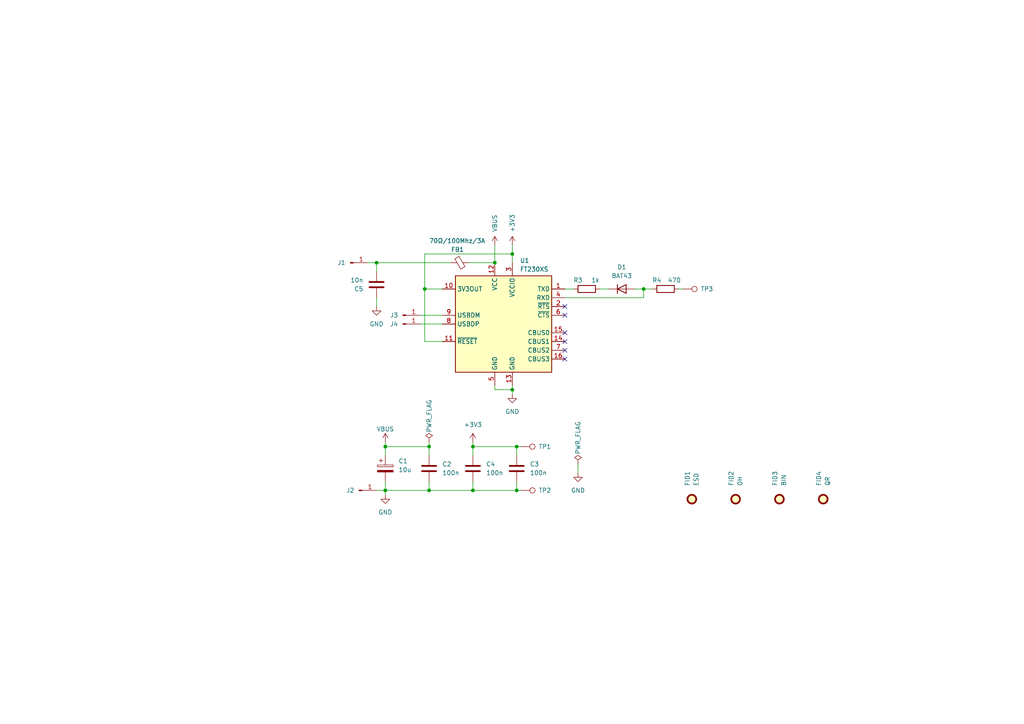
<source format=kicad_sch>
(kicad_sch (version 20230121) (generator eeschema)
  (paper "A4")
  (title_block (title "${acronym} - ${title}") (date "${date}") (rev "${revision}") (company "${company}") (comment 1 "${creator}") (comment 2 "${license}"))
  (lib_symbols
    (symbol "Connector:Conn_01x01_Pin" (pin_names (offset 1.016) hide)
      (property "Reference" "J" (at 0 2.54 0))
      (property "Value" "Conn_01x01_Pin" (at 0 -2.54 0))
      (symbol "Conn_01x01_Pin_1_1"
        (polyline (pts (xy 1.27 0) (xy 0.8636 0)) (stroke (width 0.1524)))
        (rectangle (start 0.8636 0.127) (end 0 -0.127) (stroke (width 0.1524)) (fill (type outline)))
        (pin passive line (at 5.08 0 180) (length 3.81) (name "Pin_1") (number "1"))
      )
    )
    (symbol "Connector:TestPoint" (pin_numbers hide) (pin_names (offset 0.762) hide)
      (property "Reference" "TP" (at 0 6.858 0))
      (property "Value" "TestPoint" (at 0 5.08 0))
      (symbol "TestPoint_0_1"
        (circle (center 0 3.302) (radius 0.762))
      )
      (symbol "TestPoint_1_1"
        (pin passive line (at 0 0 90) (length 2.54) (name "1") (number "1"))
      )
    )
    (symbol "Device:C" (pin_numbers hide) (pin_names (offset 0.254))
      (property "Reference" "C" (at 0.635 2.54 0))
      (property "Value" "C" (at 0.635 -2.54 0))
      (symbol "C_0_1"
        (polyline (pts (xy -2.032 -0.762) (xy 2.032 -0.762)) (stroke (width 0.508)))
        (polyline (pts (xy -2.032 0.762) (xy 2.032 0.762)) (stroke (width 0.508)))
      )
      (symbol "C_1_1"
        (pin passive line (at 0 3.81 270) (length 2.794) (name "~") (number "1"))
        (pin passive line (at 0 -3.81 90) (length 2.794) (name "~") (number "2"))
      )
    )
    (symbol "Device:C_Polarized" (pin_numbers hide) (pin_names (offset 0.254))
      (property "Reference" "C" (at 0.635 2.54 0))
      (property "Value" "C_Polarized" (at 0.635 -2.54 0))
      (symbol "C_Polarized_0_1"
        (rectangle (start -2.286 0.508) (end 2.286 1.016))
        (polyline (pts (xy -1.778 2.286) (xy -0.762 2.286)))
        (polyline (pts (xy -1.27 2.794) (xy -1.27 1.778)))
        (rectangle (start 2.286 -0.508) (end -2.286 -1.016) (fill (type outline)))
      )
      (symbol "C_Polarized_1_1"
        (pin passive line (at 0 3.81 270) (length 2.794) (name "~") (number "1"))
        (pin passive line (at 0 -3.81 90) (length 2.794) (name "~") (number "2"))
      )
    )
    (symbol "Device:D" (pin_numbers hide) (pin_names (offset 1.016) hide)
      (property "Reference" "D" (at 0 2.54 0))
      (property "Value" "D" (at 0 -2.54 0))
      (symbol "D_0_1"
        (polyline (pts (xy -1.27 1.27) (xy -1.27 -1.27)) (stroke (width 0.254)))
        (polyline (pts (xy 1.27 0) (xy -1.27 0)))
        (polyline (pts (xy 1.27 1.27) (xy 1.27 -1.27) (xy -1.27 0) (xy 1.27 1.27)) (stroke (width 0.254)))
      )
      (symbol "D_1_1"
        (pin passive line (at -3.81 0 0) (length 2.54) (name "K") (number "1"))
        (pin passive line (at 3.81 0 180) (length 2.54) (name "A") (number "2"))
      )
    )
    (symbol "Device:FerriteBead_Small" (pin_numbers hide) (pin_names (offset 0))
      (property "Reference" "FB" (at 1.905 1.27 0))
      (property "Value" "FerriteBead_Small" (at 1.905 -1.27 0))
      (symbol "FerriteBead_Small_0_1"
        (polyline (pts (xy 0 -1.27) (xy 0 -0.7874)))
        (polyline (pts (xy 0 0.889) (xy 0 1.2954)))
        (polyline (pts (xy -1.8288 0.2794) (xy -1.1176 1.4986) (xy 1.8288 -0.2032) (xy 1.1176 -1.4224) (xy -1.8288 0.2794)))
      )
      (symbol "FerriteBead_Small_1_1"
        (pin passive line (at 0 2.54 270) (length 1.27) (name "~") (number "1"))
        (pin passive line (at 0 -2.54 90) (length 1.27) (name "~") (number "2"))
      )
    )
    (symbol "Device:R" (pin_numbers hide) (pin_names (offset 0))
      (property "Reference" "R" (at 2.032 0 90))
      (property "Value" "R" (at 0 0 90))
      (symbol "R_0_1"
        (rectangle (start -1.016 -2.54) (end 1.016 2.54) (stroke (width 0.254)))
      )
      (symbol "R_1_1"
        (pin passive line (at 0 3.81 270) (length 1.27) (name "~") (number "1"))
        (pin passive line (at 0 -3.81 90) (length 1.27) (name "~") (number "2"))
      )
    )
    (symbol "Interface_USB:FT230XS"
      (property "Reference" "U" (at -13.97 15.24 0))
      (property "Value" "FT230XS" (at 7.62 15.24 0))
      (symbol "FT230XS_0_1"
        (rectangle (start -13.97 13.97) (end 13.97 -13.97) (stroke (width 0.254)) (fill (type background)))
      )
      (symbol "FT230XS_1_1"
        (pin output line (at 17.78 10.16 180) (length 3.81) (name "TXD") (number "1"))
        (pin power_out line (at -17.78 10.16 0) (length 3.81) (name "3V3OUT") (number "10"))
        (pin input line (at -17.78 -5.08 0) (length 3.81) (name "~{RESET}") (number "11"))
        (pin power_in line (at -2.54 17.78 270) (length 3.81) (name "VCC") (number "12"))
        (pin power_in line (at 2.54 -17.78 90) (length 3.81) (name "GND") (number "13"))
        (pin bidirectional line (at 17.78 -5.08 180) (length 3.81) (name "CBUS1") (number "14"))
        (pin bidirectional line (at 17.78 -2.54 180) (length 3.81) (name "CBUS0") (number "15"))
        (pin bidirectional line (at 17.78 -10.16 180) (length 3.81) (name "CBUS3") (number "16"))
        (pin output line (at 17.78 5.08 180) (length 3.81) (name "~{RTS}") (number "2"))
        (pin power_in line (at 2.54 17.78 270) (length 3.81) (name "VCCIO") (number "3"))
        (pin input line (at 17.78 7.62 180) (length 3.81) (name "RXD") (number "4"))
        (pin power_in line (at -2.54 -17.78 90) (length 3.81) (name "GND") (number "5"))
        (pin input line (at 17.78 2.54 180) (length 3.81) (name "~{CTS}") (number "6"))
        (pin bidirectional line (at 17.78 -7.62 180) (length 3.81) (name "CBUS2") (number "7"))
        (pin bidirectional line (at -17.78 0 0) (length 3.81) (name "USBDP") (number "8"))
        (pin bidirectional line (at -17.78 2.54 0) (length 3.81) (name "USBDM") (number "9"))
      )
    )
    (symbol "Mechanical:Fiducial"
      (property "Reference" "FID" (at 0 5.08 0))
      (property "Value" "Fiducial" (at 0 3.175 0))
      (symbol "Fiducial_0_1"
        (circle (center 0 0) (radius 1.27) (stroke (width 0.508)) (fill (type background)))
      )
    )
    (symbol "power:+3V3" (power) (pin_names (offset 0))
      (property "Value" "+3V3" (at 0 3.556 0))
      (symbol "+3V3_0_1"
        (polyline (pts (xy -0.762 1.27) (xy 0 2.54)))
        (polyline (pts (xy 0 0) (xy 0 2.54)))
        (polyline (pts (xy 0 2.54) (xy 0.762 1.27)))
      )
      (symbol "+3V3_1_1"
        (pin power_in line (at 0 0 90) (length 0) hide (name "+3V3") (number "1"))
      )
    )
    (symbol "power:GND" (power) (pin_names (offset 0))
      (property "Value" "GND" (at 0 -3.81 0))
      (symbol "GND_0_1"
        (polyline (pts (xy 0 0) (xy 0 -1.27) (xy 1.27 -1.27) (xy 0 -2.54) (xy -1.27 -1.27) (xy 0 -1.27)))
      )
      (symbol "GND_1_1"
        (pin power_in line (at 0 0 270) (length 0) hide (name "GND") (number "1"))
      )
    )
    (symbol "power:PWR_FLAG" (power) (pin_numbers hide) (pin_names (offset 0) hide)
      (property "Value" "PWR_FLAG" (at 0 3.81 0))
      (symbol "PWR_FLAG_0_0"
        (pin power_out line (at 0 0 90) (length 0) (name "pwr") (number "1"))
      )
      (symbol "PWR_FLAG_0_1"
        (polyline (pts (xy 0 0) (xy 0 1.27) (xy -1.016 1.905) (xy 0 2.54) (xy 1.016 1.905) (xy 0 1.27)))
      )
    )
    (symbol "power:VBUS" (power) (pin_names (offset 0))
      (property "Value" "VBUS" (at 0 3.81 0))
      (symbol "VBUS_0_1"
        (polyline (pts (xy -0.762 1.27) (xy 0 2.54)))
        (polyline (pts (xy 0 0) (xy 0 2.54)))
        (polyline (pts (xy 0 2.54) (xy 0.762 1.27)))
      )
      (symbol "VBUS_1_1"
        (pin power_in line (at 0 0 90) (length 0) hide (name "VBUS") (number "1"))
      )
    )
  )
  (junction (at 137.16 129.54))
  (junction (at 137.16 142.24))
  (junction (at 149.86 129.54))
  (junction (at 186.69 83.82))
  (junction (at 148.59 113.03))
  (junction (at 148.59 73.66))
  (junction (at 143.51 76.2))
  (junction (at 111.76 142.24))
  (junction (at 149.86 142.24))
  (junction (at 109.22 76.2))
  (junction (at 124.46 142.24))
  (junction (at 123.19 83.82))
  (junction (at 124.46 129.54))
  (junction (at 111.76 129.54))
  (no_connect (at 163.83 88.9))
  (no_connect (at 163.83 91.44))
  (no_connect (at 163.83 96.52))
  (no_connect (at 163.83 99.06))
  (no_connect (at 163.83 101.6))
  (no_connect (at 163.83 104.14))
  (wire (pts (xy 111.76 132.08) (xy 111.76 129.54)))
  (wire (pts (xy 167.64 134.62) (xy 167.64 137.16)))
  (wire (pts (xy 124.46 128.27) (xy 124.46 129.54)))
  (wire (pts (xy 124.46 142.24) (xy 111.76 142.24)))
  (wire (pts (xy 148.59 113.03) (xy 148.59 114.3)))
  (wire (pts (xy 196.85 83.82) (xy 198.12 83.82)))
  (wire (pts (xy 111.76 142.24) (xy 111.76 139.7)))
  (wire (pts (xy 111.76 129.54) (xy 124.46 129.54)))
  (wire (pts (xy 143.51 71.12) (xy 143.51 76.2)))
  (wire (pts (xy 123.19 73.66) (xy 123.19 83.82)))
  (wire (pts (xy 128.27 99.06) (xy 123.19 99.06)))
  (wire (pts (xy 184.15 83.82) (xy 186.69 83.82)))
  (wire (pts (xy 135.89 76.2) (xy 143.51 76.2)))
  (wire (pts (xy 124.46 142.24) (xy 137.16 142.24)))
  (wire (pts (xy 143.51 111.76) (xy 143.51 113.03)))
  (wire (pts (xy 123.19 83.82) (xy 128.27 83.82)))
  (wire (pts (xy 123.19 73.66) (xy 148.59 73.66)))
  (wire (pts (xy 137.16 142.24) (xy 149.86 142.24)))
  (wire (pts (xy 109.22 78.74) (xy 109.22 76.2)))
  (wire (pts (xy 109.22 76.2) (xy 130.81 76.2)))
  (wire (pts (xy 163.83 83.82) (xy 166.37 83.82)))
  (wire (pts (xy 148.59 76.2) (xy 148.59 73.66)))
  (wire (pts (xy 186.69 83.82) (xy 186.69 86.36)))
  (wire (pts (xy 137.16 132.08) (xy 137.16 129.54)))
  (wire (pts (xy 123.19 83.82) (xy 123.19 99.06)))
  (wire (pts (xy 149.86 129.54) (xy 151.13 129.54)))
  (wire (pts (xy 148.59 111.76) (xy 148.59 113.03)))
  (wire (pts (xy 106.68 76.2) (xy 109.22 76.2)))
  (wire (pts (xy 148.59 71.12) (xy 148.59 73.66)))
  (wire (pts (xy 149.86 142.24) (xy 151.13 142.24)))
  (wire (pts (xy 137.16 129.54) (xy 149.86 129.54)))
  (wire (pts (xy 163.83 86.36) (xy 186.69 86.36)))
  (wire (pts (xy 121.92 91.44) (xy 128.27 91.44)))
  (wire (pts (xy 186.69 83.82) (xy 189.23 83.82)))
  (wire (pts (xy 149.86 139.7) (xy 149.86 142.24)))
  (wire (pts (xy 109.22 88.9) (xy 109.22 86.36)))
  (wire (pts (xy 124.46 139.7) (xy 124.46 142.24)))
  (wire (pts (xy 173.99 83.82) (xy 176.53 83.82)))
  (wire (pts (xy 148.59 113.03) (xy 143.51 113.03)))
  (wire (pts (xy 137.16 128.27) (xy 137.16 129.54)))
  (wire (pts (xy 137.16 139.7) (xy 137.16 142.24)))
  (wire (pts (xy 111.76 142.24) (xy 111.76 143.51)))
  (wire (pts (xy 111.76 128.27) (xy 111.76 129.54)))
  (wire (pts (xy 149.86 129.54) (xy 149.86 132.08)))
  (wire (pts (xy 124.46 129.54) (xy 124.46 132.08)))
  (wire (pts (xy 109.22 142.24) (xy 111.76 142.24)))
  (wire (pts (xy 121.92 93.98) (xy 128.27 93.98)))
  (symbol (lib_id "Device:C") (at 137.16 135.89 180) (unit 1)
    (property "Reference" "C4" (at 140.97 134.62 0) (effects (justify right)))
    (property "Value" "100n" (at 140.97 137.16 0) (effects (justify right)))
    (property "Footprint" "Capacitor_SMD:C_1206_3216Metric" (effects hide))
    (property "Vendor" "HTL" (effects hide))
    (property "VendorId" "100128" (effects hide))
  )
  (symbol (lib_id "Connector:Conn_01x01_Pin") (at 101.6 76.2 0) (unit 1)
    (property "Reference" "J1" (at 99.06 76.2 0))
    (property "Value" "Conn_01x01_Pin" (effects hide))
    (property "Footprint" "Connector_Wire:SolderWire-0.5sqmm_1x01_D0.9mm_OD2.1mm" (effects hide))
  )
  (symbol (lib_id "Mechanical:Fiducial") (at 200.66 144.78 0) (unit 1)
    (property "Reference" "FID1" (at 199.39 140.97 90) (effects (justify left)))
    (property "Value" "ESD" (at 201.93 140.97 90) (effects (justify left)))
    (property "Footprint" "Symbol:ESD-Logo_6.6x6mm_SilkScreen" (effects hide))
  )
  (symbol (lib_id "Mechanical:Fiducial") (at 213.36 144.78 0) (unit 1)
    (property "Reference" "FID2" (at 212.09 140.97 90) (effects (justify left)))
    (property "Value" "OH" (at 214.63 140.97 90) (effects (justify left)))
    (property "Footprint" "Symbol:OSHW-Logo_5.7x6mm_SilkScreen" (effects hide))
  )
  (symbol (lib_id "Device:FerriteBead_Small") (at 133.35 76.2 270) (mirror x) (unit 1)
    (property "Reference" "FB1" (at 130.81 72.39 90) (effects (justify left)))
    (property "Value" "70Ω/100Mhz/3A" (at 124.46 69.85 90) (effects (justify left)))
    (property "Footprint" "Inductor_SMD:L_1206_3216Metric" (effects hide))
    (property "Vendor" "HTL" (effects hide))
    (property "VendorId" "103570" (effects hide))
  )
  (symbol (lib_id "Device:R") (at 193.04 83.82 270) (unit 1)
    (property "Reference" "R4" (at 190.5 81.28 90))
    (property "Value" "470" (at 195.58 81.28 90))
    (property "Footprint" "Resistor_SMD:R_1206_3216Metric" (effects hide))
    (property "Vendor" "HTL" (effects hide))
    (property "VendorId" "102944" (effects hide))
  )
  (symbol (lib_id "Connector:Conn_01x01_Pin") (at 116.84 91.44 0) (unit 1)
    (property "Reference" "J3" (at 114.3 91.44 0))
    (property "Value" "Conn_01x01_Pin" (effects hide))
    (property "Footprint" "Connector_Wire:SolderWire-0.5sqmm_1x01_D0.9mm_OD2.1mm" (effects hide))
  )
  (symbol (lib_id "Device:R") (at 170.18 83.82 270) (unit 1)
    (property "Reference" "R3" (at 167.64 81.28 90))
    (property "Value" "1k" (at 172.72 81.28 90))
    (property "Footprint" "Resistor_SMD:R_1206_3216Metric" (effects hide))
    (property "Vendor" "HTL" (effects hide))
    (property "VendorId" "102951" (effects hide))
  )
  (symbol (lib_id "power:GND") (at 148.59 114.3 0) (unit 1)
    (property "Reference" "#PWR05" (effects hide))
    (property "Value" "GND" (at 148.59 119.38 0))
  )
  (symbol (lib_id "Device:D") (at 180.34 83.82 0) (unit 1)
    (property "Reference" "D1" (at 180.34 77.47 0))
    (property "Value" "BAT43" (at 180.34 80.01 0))
    (property "Footprint" "Diode_SMD:D_MiniMELF" (effects hide))
    (property "Sim.Device" "D" (effects hide))
    (property "Sim.Pins" "1=K 2=A" (effects hide))
    (property "Vendor" "HTL" (effects hide))
    (property "VendorId" "100205" (effects hide))
  )
  (symbol (lib_id "Connector:TestPoint") (at 198.12 83.82 270) (unit 1) (in_bom no)
    (property "Reference" "TP3" (at 203.2 83.82 90) (effects (justify left)))
    (property "Value" "TestPoint" (effects hide))
    (property "Footprint" "Pogo_Pad:Pogo_Pad_L3.2mm_B2.2mm_D1.75" (effects hide))
  )
  (symbol (lib_id "power:+3V3") (at 137.16 128.27 0) (unit 1)
    (property "Reference" "#PWR08" (effects hide))
    (property "Value" "+3V3" (at 137.16 123.19 0))
  )
  (symbol (lib_id "Connector:Conn_01x01_Pin") (at 116.84 93.98 0) (unit 1)
    (property "Reference" "J4" (at 114.3 93.98 0))
    (property "Value" "Conn_01x01_Pin" (effects hide))
    (property "Footprint" "Connector_Wire:SolderWire-0.5sqmm_1x01_D0.9mm_OD2.1mm" (effects hide))
  )
  (symbol (lib_id "power:VBUS") (at 143.51 71.12 0) (mirror y) (unit 1)
    (property "Reference" "#PWR06" (effects hide))
    (property "Value" "VBUS" (at 143.51 64.77 90))
  )
  (symbol (lib_id "power:PWR_FLAG") (at 124.46 128.27 0) (unit 1)
    (property "Reference" "#FLG01" (effects hide))
    (property "Value" "PWR_FLAG" (at 124.46 120.65 90))
  )
  (symbol (lib_id "power:+3V3") (at 148.59 71.12 0) (unit 1)
    (property "Reference" "#PWR03" (effects hide))
    (property "Value" "+3V3" (at 148.59 64.77 90))
  )
  (symbol (lib_id "Device:C") (at 149.86 135.89 180) (unit 1)
    (property "Reference" "C3" (at 153.67 134.62 0) (effects (justify right)))
    (property "Value" "100n" (at 153.67 137.16 0) (effects (justify right)))
    (property "Footprint" "Capacitor_SMD:C_1206_3216Metric" (effects hide))
    (property "Vendor" "HTL" (effects hide))
    (property "VendorId" "100128" (effects hide))
  )
  (symbol (lib_id "power:GND") (at 109.22 88.9 0) (unit 1)
    (property "Reference" "#PWR09" (effects hide))
    (property "Value" "GND" (at 109.22 93.98 0))
  )
  (symbol (lib_id "Device:C_Polarized") (at 111.76 135.89 0) (unit 1)
    (property "Reference" "C1" (at 115.57 133.731 0) (effects (justify left)))
    (property "Value" "10u" (at 115.57 136.271 0) (effects (justify left)))
    (property "Footprint" "Capacitor_Tantalum_SMD:CP_EIA-6032-28_Kemet-C" (effects hide))
    (property "Vendor" "HTL" (effects hide))
    (property "VendorId" "100140" (effects hide))
  )
  (symbol (lib_id "Mechanical:Fiducial") (at 238.76 144.78 0) (unit 1)
    (property "Reference" "FID4" (at 237.49 140.97 90) (effects (justify left)))
    (property "Value" "QR" (at 240.03 140.97 90) (effects (justify left)))
    (property "Footprint" "Images:QR_0x007e" (effects hide))
  )
  (symbol (lib_id "power:VBUS") (at 111.76 128.27 0) (mirror y) (unit 1)
    (property "Reference" "#PWR04" (effects hide))
    (property "Value" "VBUS" (at 111.76 124.46 0))
  )
  (symbol (lib_id "power:PWR_FLAG") (at 167.64 134.62 0) (unit 1)
    (property "Reference" "#FLG02" (effects hide))
    (property "Value" "PWR_FLAG" (at 167.64 127 90))
  )
  (symbol (lib_id "Interface_USB:FT230XS") (at 146.05 93.98 0) (unit 1)
    (property "Reference" "U1" (at 150.7841 75.565 0) (effects (justify left)))
    (property "Value" "FT230XS" (at 150.7841 78.105 0) (effects (justify left)))
    (property "Footprint" "Package_SO:SSOP-16_3.9x4.9mm_P0.635mm" (effects hide))
    (property "Datasheet" "https://www.ftdichip.com/Support/Documents/DataSheets/ICs/DS_FT230X.pdf" (effects hide))
    (property "Vendor" "HTL" (effects hide))
    (property "VendorId" "103368" (effects hide))
  )
  (symbol (lib_id "Device:C") (at 124.46 135.89 180) (unit 1)
    (property "Reference" "C2" (at 128.27 134.62 0) (effects (justify right)))
    (property "Value" "100n" (at 128.27 137.16 0) (effects (justify right)))
    (property "Footprint" "Capacitor_SMD:C_1206_3216Metric" (effects hide))
    (property "Vendor" "HTL" (effects hide))
    (property "VendorId" "100128" (effects hide))
  )
  (symbol (lib_id "Connector:Conn_01x01_Pin") (at 104.14 142.24 0) (unit 1)
    (property "Reference" "J2" (at 101.6 142.24 0))
    (property "Value" "Conn_01x01_Pin" (effects hide))
    (property "Footprint" "Connector_Wire:SolderWire-0.5sqmm_1x01_D0.9mm_OD2.1mm" (effects hide))
  )
  (symbol (lib_id "Connector:TestPoint") (at 151.13 129.54 270) (unit 1) (in_bom no)
    (property "Reference" "TP1" (at 156.21 129.54 90) (effects (justify left)))
    (property "Value" "TestPoint" (effects hide))
    (property "Footprint" "Pogo_Pad:Pogo_Pad_L3.2mm_B2.2mm_D1.75" (effects hide))
  )
  (symbol (lib_id "Device:C") (at 109.22 82.55 180) (unit 1)
    (property "Reference" "C5" (at 105.41 83.82 0) (effects (justify left)))
    (property "Value" "10n" (at 105.41 81.28 0) (effects (justify left)))
    (property "Footprint" "Capacitor_SMD:C_1206_3216Metric" (effects hide))
    (property "Vendor" "HTL" (effects hide))
    (property "VendorId" "102538" (effects hide))
  )
  (symbol (lib_id "Mechanical:Fiducial") (at 226.06 144.78 0) (unit 1)
    (property "Reference" "FID3" (at 224.79 140.97 90) (effects (justify left)))
    (property "Value" "BIN" (at 227.33 140.97 90) (effects (justify left)))
    (property "Footprint" "Symbol:WEEE-Logo_4.2x6mm_SilkScreen" (effects hide))
  )
  (symbol (lib_id "power:GND") (at 111.76 143.51 0) (unit 1)
    (property "Reference" "#PWR07" (effects hide))
    (property "Value" "GND" (at 111.76 148.59 0))
  )
  (symbol (lib_id "Connector:TestPoint") (at 151.13 142.24 270) (unit 1) (in_bom no)
    (property "Reference" "TP2" (at 156.21 142.24 90) (effects (justify left)))
    (property "Value" "TestPoint" (effects hide))
    (property "Footprint" "Pogo_Pad:Pogo_Pad_L3.2mm_B2.2mm_D1.75" (effects hide))
  )
  (symbol (lib_id "power:GND") (at 167.64 137.16 0) (unit 1)
    (property "Reference" "#PWR01" (effects hide))
    (property "Value" "GND" (at 167.64 142.24 0))
  )
)
</source>
